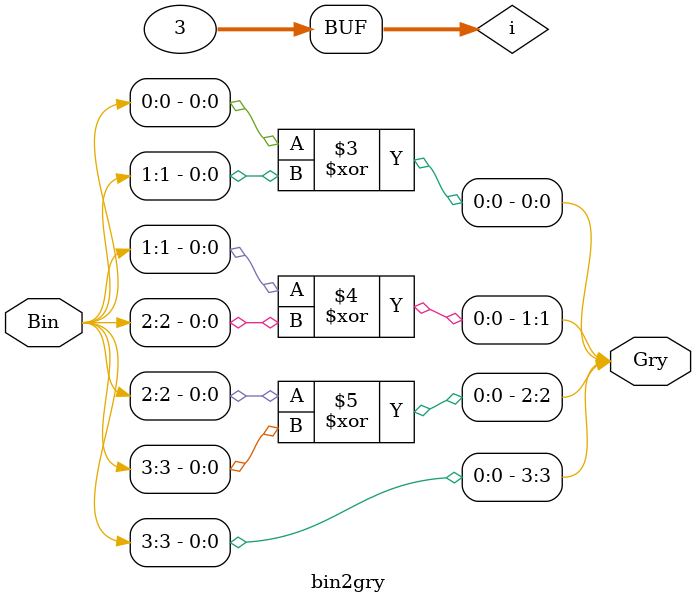
<source format=v>
module bin2gry(Gry,Bin);
  parameter length = 4;    
  output [length-1:0] Gry;
  input [length-1:0] Bin;
  reg [length-1:0] Gry;
  integer i;
  always @ (Bin)
  begin
    for(i=0;i<length-1;i=i+1)
        Gry[i]=Bin[i]^Bin[i+1];
    Gry[i]=Bin[i];
  end
/*?????????????*/
// assign Gray = (Bin >> 1) ^ Bin;
endmodule

</source>
